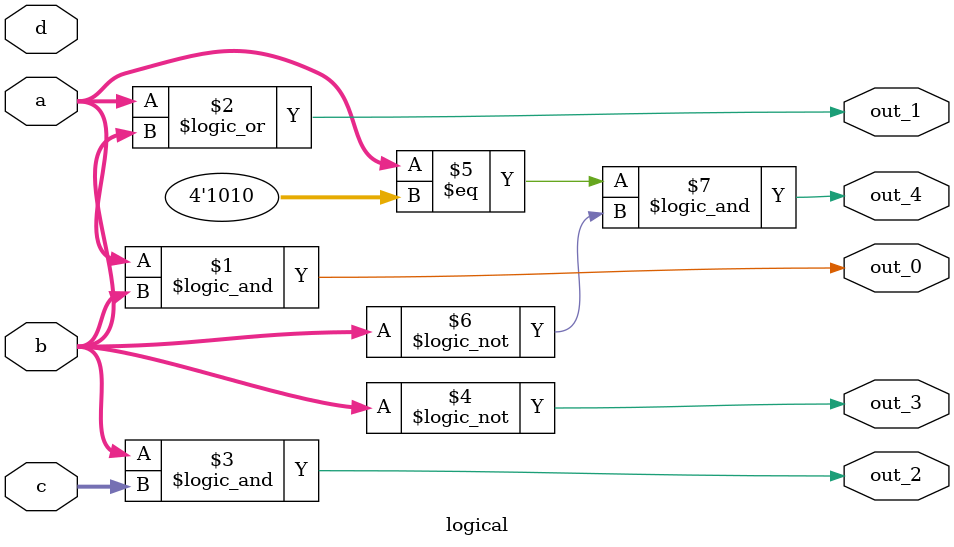
<source format=v>
module logical(a,b,c,d,out_0,out_1,out_2,out_3,out_4);
input[3:0]a,b,c,d;
output out_0,out_1,out_2,out_3,out_4;

//a=4'b1010; b=4'b0101; c=4'b000x; d=4'b100z;
assign out_0 = a&&b; // 1'b1
assign out_1 = a||b; // 1'b1
assign out_2 = b&&c; // 1'bx
assign out_3 = !b; // 1'b0
assign out_4 = (a==4'b1010) && (b==4'b0000); // 1'b0
endmodule

</source>
